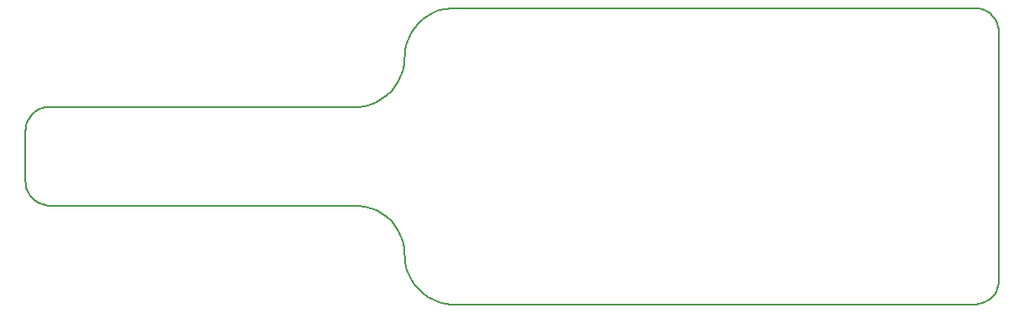
<source format=gbr>
%TF.GenerationSoftware,KiCad,Pcbnew,8.0.2*%
%TF.CreationDate,2024-05-19T20:09:33-03:00*%
%TF.ProjectId,Diseno1,44697365-6e6f-4312-9e6b-696361645f70,01*%
%TF.SameCoordinates,Original*%
%TF.FileFunction,Profile,NP*%
%FSLAX46Y46*%
G04 Gerber Fmt 4.6, Leading zero omitted, Abs format (unit mm)*
G04 Created by KiCad (PCBNEW 8.0.2) date 2024-05-19 20:09:33*
%MOMM*%
%LPD*%
G01*
G04 APERTURE LIST*
%TA.AperFunction,Profile*%
%ADD10C,0.200000*%
%TD*%
G04 APERTURE END LIST*
D10*
X68045100Y-105744710D02*
X68628900Y-105975860D01*
X73820900Y-86278400D02*
X73312900Y-86647400D01*
X71539400Y-111126700D02*
X71657100Y-111743400D01*
X71851100Y-112340600D02*
X72118500Y-112908800D01*
X71460600Y-91126680D02*
X71342900Y-91743450D01*
X34361230Y-95889190D02*
X34107233Y-96073730D01*
X35700800Y-105500000D02*
X66500000Y-105500000D01*
X33678248Y-96530550D02*
X33510019Y-96795620D01*
X66500000Y-95500000D02*
X35700800Y-95500000D01*
X131024100Y-86530500D02*
X130824000Y-86288600D01*
X75563100Y-85588600D02*
X74954900Y-85744700D01*
X33878367Y-104711360D02*
X34107233Y-104926270D01*
X35700800Y-105495060D02*
X35700800Y-105500000D01*
X69179100Y-94721650D02*
X68628900Y-95024140D01*
X66813900Y-95490140D02*
X66500000Y-95490140D01*
X130066000Y-115262100D02*
X130341200Y-115110800D01*
X130595100Y-86073700D02*
X130341200Y-85889200D01*
X129000000Y-115500000D02*
X129000000Y-115495100D01*
X66500000Y-105509860D02*
X66813900Y-105509860D01*
X131192400Y-86795600D02*
X131024100Y-86530500D01*
X76500000Y-85509900D02*
X76186000Y-85509900D01*
X72855100Y-87077300D02*
X72454900Y-87561100D01*
X33200800Y-103000000D02*
X33220499Y-103313320D01*
X76500000Y-85500000D02*
X76500000Y-85509900D01*
X74954900Y-85744700D02*
X74371100Y-85975900D01*
X33376352Y-97079700D02*
X33279337Y-97378280D01*
X74371100Y-85975900D02*
X73820900Y-86278400D01*
X70144800Y-107077260D02*
X70545100Y-107561070D01*
X33678248Y-104469450D02*
X33878367Y-104711360D01*
X68045100Y-95255290D02*
X67436900Y-95411440D01*
X130824000Y-114711400D02*
X131024100Y-114469500D01*
X131423000Y-87378300D02*
X131326000Y-87079700D01*
X34107233Y-104926270D02*
X34361230Y-105110810D01*
X71851100Y-88659400D02*
X71657100Y-89256600D01*
X72855100Y-113922700D02*
X73312900Y-114352600D01*
X34636350Y-105262050D02*
X34928250Y-105377640D01*
X68628900Y-105975860D02*
X69179100Y-106278350D01*
X71657100Y-89256600D02*
X71539400Y-89873300D01*
X131326000Y-87079700D02*
X131192400Y-86795600D01*
X131423000Y-113621700D02*
X131481900Y-113313300D01*
X130341200Y-85889200D02*
X130066000Y-85737900D01*
X33279337Y-97378280D02*
X33220499Y-97686680D01*
X68628900Y-95024140D02*
X68045100Y-95255290D01*
X70881500Y-92908780D02*
X70545100Y-93438930D01*
X34636350Y-95737950D02*
X34361230Y-95889190D01*
X33220499Y-103313320D02*
X33279337Y-103621720D01*
X129158600Y-115495100D02*
X129470000Y-115455700D01*
X73312900Y-114352600D02*
X73820900Y-114721600D01*
X70144800Y-93922740D02*
X69687100Y-94352570D01*
X76186000Y-85509900D02*
X75563100Y-85588600D01*
X33878367Y-96288640D02*
X33678248Y-96530550D01*
X74954900Y-115255300D02*
X75563100Y-115411400D01*
X66500000Y-95490140D02*
X66500000Y-95500000D01*
X72118500Y-112908800D02*
X72454900Y-113438900D01*
X67436900Y-105588560D02*
X68045100Y-105744710D01*
X129470000Y-115455700D02*
X129774100Y-115377600D01*
X130824000Y-86288600D02*
X130595100Y-86073700D01*
X131326000Y-113920300D02*
X131423000Y-113621700D01*
X71460600Y-109873320D02*
X71539400Y-111126700D01*
X130595100Y-114926300D02*
X130824000Y-114711400D01*
X35232340Y-105455700D02*
X35543820Y-105495060D01*
X131481900Y-113313300D02*
X131501600Y-113000000D01*
X131024100Y-114469500D02*
X131192400Y-114204400D01*
X35700800Y-95500000D02*
X35700800Y-95504940D01*
X129774100Y-85622400D02*
X129470000Y-85544300D01*
X33510019Y-96795620D02*
X33376352Y-97079700D01*
X33200800Y-98000000D02*
X33200800Y-103000000D01*
X34928250Y-105377640D02*
X35232340Y-105455700D01*
X129000000Y-115495100D02*
X129158600Y-115495100D01*
X131501600Y-88000000D02*
X131481900Y-87686700D01*
X130341200Y-115110800D02*
X130595100Y-114926300D01*
X76500000Y-115500000D02*
X129000000Y-115500000D01*
X71148900Y-92340640D02*
X70881500Y-92908780D01*
X35700800Y-95504940D02*
X35543820Y-95504940D01*
X75563100Y-115411400D02*
X76186000Y-115490100D01*
X76186000Y-115490100D02*
X76500000Y-115490100D01*
X66500000Y-105500000D02*
X66500000Y-105509860D01*
X71342900Y-91743450D02*
X71148900Y-92340640D01*
X70545100Y-93438930D02*
X70144800Y-93922740D01*
X69687100Y-94352570D02*
X69179100Y-94721650D01*
X70881500Y-108091220D02*
X71148900Y-108659360D01*
X33376352Y-103920300D02*
X33510019Y-104204380D01*
X69687100Y-106647430D02*
X70144800Y-107077260D01*
X129000000Y-85500000D02*
X76500000Y-85500000D01*
X33279337Y-103621720D02*
X33376352Y-103920300D01*
X73312900Y-86647400D02*
X72855100Y-87077300D01*
X70545100Y-107561070D02*
X70881500Y-108091220D01*
X72454900Y-87561100D02*
X72118500Y-88091200D01*
X66813900Y-105509860D02*
X67436900Y-105588560D01*
X74371100Y-115024100D02*
X74954900Y-115255300D01*
X129470000Y-85544300D02*
X129158600Y-85504900D01*
X69179100Y-106278350D02*
X69687100Y-106647430D01*
X76500000Y-115490100D02*
X76500000Y-115500000D01*
X71148900Y-108659360D02*
X71342900Y-109256550D01*
X71342900Y-109256550D02*
X71460600Y-109873320D01*
X34928250Y-95622360D02*
X34636350Y-95737950D01*
X129000000Y-85504900D02*
X129000000Y-85500000D01*
X131481900Y-87686700D02*
X131423000Y-87378300D01*
X71657100Y-111743400D02*
X71851100Y-112340600D01*
X71539400Y-89873300D02*
X71460600Y-91126680D01*
X129774100Y-115377600D02*
X130066000Y-115262100D01*
X33220499Y-97686680D02*
X33200800Y-98000000D01*
X73820900Y-114721600D02*
X74371100Y-115024100D01*
X35543820Y-105495060D02*
X35700800Y-105495060D01*
X131192400Y-114204400D02*
X131326000Y-113920300D01*
X34361230Y-105110810D02*
X34636350Y-105262050D01*
X67436900Y-95411440D02*
X66813900Y-95490140D01*
X33510019Y-104204380D02*
X33678248Y-104469450D01*
X129158600Y-85504900D02*
X129000000Y-85504900D01*
X35232340Y-95544300D02*
X34928250Y-95622360D01*
X34107233Y-96073730D02*
X33878367Y-96288640D01*
X131501600Y-113000000D02*
X131501600Y-88000000D01*
X130066000Y-85737900D02*
X129774100Y-85622400D01*
X72118500Y-88091200D02*
X71851100Y-88659400D01*
X35543820Y-95504940D02*
X35232340Y-95544300D01*
X72454900Y-113438900D02*
X72855100Y-113922700D01*
M02*

</source>
